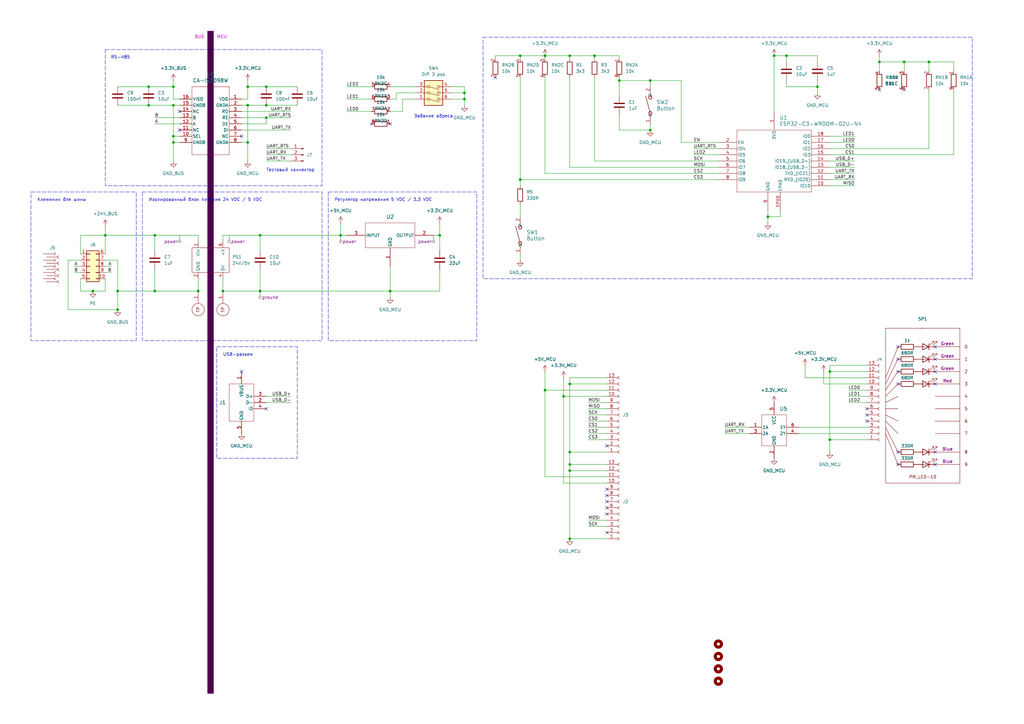
<source format=kicad_sch>
(kicad_sch (version 20250114) (generator "eeschema") (generator_version "9.0")
  (paper "A3")
  (title_block (title "${article} v${version}"))
  (rectangle (start 12.7 78.74) (end 55.88 139.7) (stroke (width 0) (type dash)))
  (rectangle (start 88.9 142.24) (end 121.92 187.96) (stroke (width 0) (type dash)))
  (rectangle (start 198.12 15.24) (end 398.78 114.3) (stroke (width 0) (type dash)))
  (rectangle (start 134.62 78.74) (end 195.58 139.7) (stroke (width 0) (type dash)))
  (rectangle (start 43.18 20.32) (end 132.08 76.2) (stroke (width 0) (type dash)))
  (rectangle (start 58.42 78.74) (end 132.08 139.7) (stroke (width 0) (type dash)))
  (rectangle (start 85.09 12.7) (end 87.63 284.48) (stroke (width 0) (type dot) (color 72 0 72 1)) (fill (type color) (color 72 0 72 1)))
  (text "USB-разъем" (at 91.44 144.78 0) (effects (font (size 1.27 1.27)) (justify left top)))
  (text "Задание адреса" (at 177.8 47.752 0) (effects (font (size 1.27 1.27))))
  (text "RS-485" (at 53.34 22.86 0) (effects (font (size 1.27 1.27)) (justify right top)))
  (text "Регулятор напряжения 5 VDC / 3.3 VDC" (at 137.16 81.28 0) (effects (font (size 1.27 1.27)) (justify left top)))
  (text "Изолированный блок питания 24 VDC / 5 VDC" (at 60.96 81.28 0) (effects (font (size 1.27 1.27)) (justify left top)))
  (text "Тестовый коннектор" (at 129.032 69.088 0) (effects (font (size 1.27 1.27)) (justify right top)))
  (text "MCU" (at 88.9 15.24 0) (effects (font (size 1.27 1.27)) (justify left)))
  (text "BUS" (at 83.82 15.24 0) (effects (font (size 1.27 1.27)) (justify right)))
  (text "Клеммник для шины" (at 15.24 81.28 0) (effects (font (size 1.27 1.27)) (justify left top)))
  (junction (at 335.28 35.56))
  (junction (at 314.96 88.9))
  (junction (at 223.52 22.86))
  (junction (at 233.68 157.48))
  (junction (at 106.68 96.52))
  (junction (at 340.36 152.4))
  (junction (at 109.22 43.18))
  (junction (at 233.68 190.5))
  (junction (at 60.96 43.18))
  (junction (at 266.7 33.02))
  (junction (at 254 33.02))
  (junction (at 322.58 22.86))
  (junction (at 160.02 119.38))
  (junction (at 370.84 25.4))
  (junction (at 213.36 73.66))
  (junction (at 101.6 43.18))
  (junction (at 213.36 22.86))
  (junction (at 243.84 22.86))
  (junction (at 81.28 119.38))
  (junction (at 109.22 48.26))
  (junction (at 233.68 220.98))
  (junction (at 190.5 40.64))
  (junction (at 106.68 119.38))
  (junction (at 71.12 55.88))
  (junction (at 190.5 38.1))
  (junction (at 71.12 43.18))
  (junction (at 60.96 35.56))
  (junction (at 381 25.4))
  (junction (at 101.6 35.56))
  (junction (at 91.44 119.38))
  (junction (at 231.14 162.56))
  (junction (at 71.12 35.56))
  (junction (at 223.52 160.02))
  (junction (at 43.18 96.52))
  (junction (at 340.36 180.34))
  (junction (at 48.26 119.38))
  (junction (at 266.7 53.34))
  (junction (at 233.68 193.04))
  (junction (at 360.68 25.4))
  (junction (at 139.7 96.52))
  (junction (at 233.68 22.86))
  (junction (at 317.5 22.86))
  (junction (at 63.5 119.38))
  (junction (at 63.5 96.52))
  (junction (at 233.68 185.42))
  (junction (at 71.12 58.42))
  (junction (at 38.1 119.38))
  (junction (at 48.26 127))
  (junction (at 109.22 35.56))
  (junction (at 180.34 96.52))
  (junction (at 101.6 58.42))
  (no_connect (at 368.3 190.5))
  (no_connect (at 203.2 31.75))
  (no_connect (at 248.92 208.28))
  (no_connect (at 368.3 147.32))
  (no_connect (at 368.3 152.4))
  (no_connect (at 368.3 157.48))
  (no_connect (at 248.92 203.2))
  (no_connect (at 248.92 210.82))
  (no_connect (at 383.54 147.32))
  (no_connect (at 383.54 185.42))
  (no_connect (at 383.54 152.4))
  (no_connect (at 383.54 157.48))
  (no_connect (at 368.3 142.24))
  (no_connect (at 248.92 218.44))
  (no_connect (at 99.06 152.4))
  (no_connect (at 368.3 185.42))
  (no_connect (at 383.54 142.24))
  (no_connect (at 355.6 170.18))
  (no_connect (at 383.54 190.5))
  (no_connect (at 355.6 167.64))
  (no_connect (at 370.84 36.83))
  (no_connect (at 73.66 45.72))
  (no_connect (at 355.6 172.72))
  (no_connect (at 160.02 50.8))
  (no_connect (at 99.06 55.88))
  (no_connect (at 152.4 50.8))
  (no_connect (at 248.92 205.74))
  (no_connect (at 248.92 182.88))
  (no_connect (at 73.66 53.34))
  (no_connect (at 248.92 200.66))
  (no_connect (at 360.68 36.83))
  (no_connect (at 109.22 167.64))
  (wire (pts (xy 231.14 162.56) (xy 248.92 162.56)))
  (wire (pts (xy 337.82 152.4) (xy 337.82 157.48)))
  (wire (pts (xy 340.36 152.4) (xy 355.6 152.4)))
  (wire (pts (xy 43.18 96.52) (xy 63.5 96.52)))
  (wire (pts (xy 43.18 119.38) (xy 43.18 114.3)))
  (wire (pts (xy 33.02 114.3) (xy 33.02 119.38)))
  (wire (pts (xy 314.96 88.9) (xy 314.96 91.44)))
  (wire (pts (xy 43.18 111.76) (xy 45.72 111.76)))
  (wire (pts (xy 391.16 29.21) (xy 391.16 25.4)))
  (wire (pts (xy 320.04 86.36) (xy 320.04 88.9)))
  (wire (pts (xy 254 22.86) (xy 254 24.13)))
  (wire (pts (xy 101.6 43.18) (xy 109.22 43.18)))
  (wire (pts (xy 223.52 160.02) (xy 223.52 195.58)))
  (wire (pts (xy 241.3 172.72) (xy 248.92 172.72)))
  (wire (pts (xy 160.02 119.38) (xy 160.02 109.22)))
  (wire (pts (xy 48.26 119.38) (xy 63.5 119.38)))
  (wire (pts (xy 109.22 48.26) (xy 119.38 48.26)))
  (wire (pts (xy 347.98 162.56) (xy 355.6 162.56)))
  (wire (pts (xy 106.68 96.52) (xy 139.7 96.52)))
  (wire (pts (xy 185.42 35.56) (xy 190.5 35.56)))
  (wire (pts (xy 71.12 40.64) (xy 71.12 35.56)))
  (wire (pts (xy 370.84 25.4) (xy 360.68 25.4)))
  (wire (pts (xy 347.98 160.02) (xy 355.6 160.02)))
  (wire (pts (xy 266.7 33.02) (xy 266.7 35.56)))
  (wire (pts (xy 327.66 177.8) (xy 355.6 177.8)))
  (wire (pts (xy 370.84 25.4) (xy 370.84 29.21)))
  (wire (pts (xy 254 33.02) (xy 254 39.37)))
  (wire (pts (xy 254 53.34) (xy 266.7 53.34)))
  (wire (pts (xy 99.06 45.72) (xy 119.38 45.72)))
  (wire (pts (xy 322.58 33.02) (xy 322.58 35.56)))
  (wire (pts (xy 340.36 71.12) (xy 350.52 71.12)))
  (wire (pts (xy 233.68 185.42) (xy 233.68 190.5)))
  (wire (pts (xy 162.56 38.1) (xy 170.18 38.1)))
  (wire (pts (xy 327.66 175.26) (xy 355.6 175.26)))
  (wire (pts (xy 340.36 58.42) (xy 350.52 58.42)))
  (wire (pts (xy 330.2 149.86) (xy 330.2 154.94)))
  (wire (pts (xy 233.68 31.75) (xy 233.68 68.58)))
  (wire (pts (xy 360.68 25.4) (xy 360.68 29.21)))
  (wire (pts (xy 231.14 198.12) (xy 248.92 198.12)))
  (wire (pts (xy 101.6 40.64) (xy 99.06 40.64)))
  (wire (pts (xy 63.5 110.49) (xy 63.5 119.38)))
  (wire (pts (xy 340.36 149.86) (xy 340.36 152.4)))
  (wire (pts (xy 203.2 24.13) (xy 203.2 22.86)))
  (wire (pts (xy 109.22 60.96) (xy 119.38 60.96)))
  (wire (pts (xy 73.66 43.18) (xy 71.12 43.18)))
  (wire (pts (xy 185.42 38.1) (xy 190.5 38.1)))
  (wire (pts (xy 109.22 63.5) (xy 119.38 63.5)))
  (wire (pts (xy 241.3 170.18) (xy 248.92 170.18)))
  (wire (pts (xy 99.06 53.34) (xy 119.38 53.34)))
  (wire (pts (xy 63.5 102.87) (xy 63.5 96.52)))
  (wire (pts (xy 106.68 110.49) (xy 106.68 119.38)))
  (wire (pts (xy 213.36 83.82) (xy 213.36 88.9)))
  (wire (pts (xy 190.5 35.56) (xy 190.5 38.1)))
  (wire (pts (xy 81.28 114.3) (xy 81.28 119.38)))
  (wire (pts (xy 109.22 66.04) (xy 119.38 66.04)))
  (wire (pts (xy 213.36 22.86) (xy 223.52 22.86)))
  (wire (pts (xy 91.44 119.38) (xy 106.68 119.38)))
  (wire (pts (xy 101.6 35.56) (xy 109.22 35.56)))
  (wire (pts (xy 254 31.75) (xy 254 33.02)))
  (wire (pts (xy 248.92 185.42) (xy 233.68 185.42)))
  (wire (pts (xy 30.48 109.22) (xy 33.02 109.22)))
  (wire (pts (xy 48.26 35.56) (xy 60.96 35.56)))
  (wire (pts (xy 213.36 24.13) (xy 213.36 22.86)))
  (wire (pts (xy 109.22 165.1) (xy 119.38 165.1)))
  (wire (pts (xy 71.12 40.64) (xy 73.66 40.64)))
  (wire (pts (xy 241.3 175.26) (xy 248.92 175.26)))
  (wire (pts (xy 223.52 22.86) (xy 233.68 22.86)))
  (wire (pts (xy 109.22 162.56) (xy 119.38 162.56)))
  (wire (pts (xy 142.24 45.72) (xy 152.4 45.72)))
  (wire (pts (xy 91.44 99.06) (xy 91.44 96.52)))
  (wire (pts (xy 317.5 22.86) (xy 317.5 45.72)))
  (wire (pts (xy 160.02 121.92) (xy 160.02 119.38)))
  (wire (pts (xy 322.58 35.56) (xy 335.28 35.56)))
  (wire (pts (xy 101.6 33.02) (xy 101.6 35.56)))
  (wire (pts (xy 266.7 33.02) (xy 279.4 33.02)))
  (wire (pts (xy 340.36 76.2) (xy 350.52 76.2)))
  (wire (pts (xy 63.5 50.8) (xy 73.66 50.8)))
  (wire (pts (xy 213.36 104.14) (xy 213.36 106.68)))
  (wire (pts (xy 213.36 73.66) (xy 213.36 31.75)))
  (wire (pts (xy 233.68 193.04) (xy 248.92 193.04)))
  (wire (pts (xy 223.52 152.4) (xy 223.52 160.02)))
  (wire (pts (xy 223.52 31.75) (xy 223.52 71.12)))
  (wire (pts (xy 190.5 38.1) (xy 190.5 40.64)))
  (wire (pts (xy 71.12 58.42) (xy 73.66 58.42)))
  (wire (pts (xy 48.26 106.68) (xy 48.26 119.38)))
  (wire (pts (xy 109.22 43.18) (xy 121.92 43.18)))
  (wire (pts (xy 381 25.4) (xy 391.16 25.4)))
  (wire (pts (xy 162.56 40.64) (xy 162.56 38.1)))
  (wire (pts (xy 27.94 106.68) (xy 27.94 127)))
  (wire (pts (xy 180.34 96.52) (xy 180.34 102.87)))
  (wire (pts (xy 63.5 119.38) (xy 81.28 119.38)))
  (wire (pts (xy 33.02 119.38) (xy 38.1 119.38)))
  (wire (pts (xy 99.06 50.8) (xy 109.22 50.8)))
  (wire (pts (xy 314.96 86.36) (xy 314.96 88.9)))
  (wire (pts (xy 317.5 22.86) (xy 322.58 22.86)))
  (wire (pts (xy 335.28 22.86) (xy 335.28 25.4)))
  (wire (pts (xy 91.44 96.52) (xy 106.68 96.52)))
  (wire (pts (xy 106.68 119.38) (xy 160.02 119.38)))
  (wire (pts (xy 355.6 180.34) (xy 340.36 180.34)))
  (wire (pts (xy 48.26 43.18) (xy 60.96 43.18)))
  (wire (pts (xy 223.52 160.02) (xy 248.92 160.02)))
  (wire (pts (xy 180.34 119.38) (xy 160.02 119.38)))
  (wire (pts (xy 101.6 43.18) (xy 101.6 58.42)))
  (wire (pts (xy 43.18 104.14) (xy 43.18 96.52)))
  (wire (pts (xy 99.06 43.18) (xy 101.6 43.18)))
  (wire (pts (xy 43.18 92.71) (xy 43.18 96.52)))
  (wire (pts (xy 340.36 55.88) (xy 350.52 55.88)))
  (wire (pts (xy 322.58 22.86) (xy 335.28 22.86)))
  (wire (pts (xy 213.36 73.66) (xy 213.36 76.2)))
  (wire (pts (xy 266.7 50.8) (xy 266.7 53.34)))
  (wire (pts (xy 71.12 55.88) (xy 71.12 58.42)))
  (wire (pts (xy 241.3 180.34) (xy 248.92 180.34)))
  (wire (pts (xy 335.28 35.56) (xy 335.28 38.1)))
  (wire (pts (xy 314.96 88.9) (xy 320.04 88.9)))
  (wire (pts (xy 330.2 154.94) (xy 355.6 154.94)))
  (wire (pts (xy 33.02 104.14) (xy 33.02 96.52)))
  (wire (pts (xy 279.4 33.02) (xy 279.4 58.42)))
  (wire (pts (xy 101.6 58.42) (xy 99.06 58.42)))
  (wire (pts (xy 71.12 43.18) (xy 71.12 55.88)))
  (wire (pts (xy 180.34 96.52) (xy 180.34 91.44)))
  (wire (pts (xy 243.84 66.04) (xy 294.64 66.04)))
  (wire (pts (xy 340.36 63.5) (xy 391.16 63.5)))
  (wire (pts (xy 223.52 71.12) (xy 294.64 71.12)))
  (wire (pts (xy 243.84 22.86) (xy 254 22.86)))
  (wire (pts (xy 233.68 22.86) (xy 233.68 24.13)))
  (wire (pts (xy 165.1 45.72) (xy 165.1 40.64)))
  (wire (pts (xy 203.2 22.86) (xy 213.36 22.86)))
  (wire (pts (xy 233.68 190.5) (xy 233.68 193.04)))
  (wire (pts (xy 243.84 31.75) (xy 243.84 66.04)))
  (wire (pts (xy 101.6 58.42) (xy 101.6 66.04)))
  (wire (pts (xy 165.1 40.64) (xy 170.18 40.64)))
  (wire (pts (xy 241.3 177.8) (xy 248.92 177.8)))
  (wire (pts (xy 63.5 48.26) (xy 73.66 48.26)))
  (wire (pts (xy 233.68 154.94) (xy 233.68 157.48)))
  (wire (pts (xy 160.02 35.56) (xy 170.18 35.56)))
  (wire (pts (xy 190.5 43.18) (xy 190.5 40.64)))
  (wire (pts (xy 60.96 35.56) (xy 71.12 35.56)))
  (wire (pts (xy 297.18 175.26) (xy 307.34 175.26)))
  (wire (pts (xy 233.68 193.04) (xy 233.68 220.98)))
  (wire (pts (xy 33.02 106.68) (xy 27.94 106.68)))
  (wire (pts (xy 243.84 22.86) (xy 243.84 24.13)))
  (wire (pts (xy 231.14 162.56) (xy 231.14 198.12)))
  (wire (pts (xy 142.24 40.64) (xy 152.4 40.64)))
  (wire (pts (xy 284.48 63.5) (xy 294.64 63.5)))
  (wire (pts (xy 340.36 73.66) (xy 350.52 73.66)))
  (wire (pts (xy 106.68 102.87) (xy 106.68 96.52)))
  (wire (pts (xy 360.68 22.86) (xy 360.68 25.4)))
  (wire (pts (xy 180.34 110.49) (xy 180.34 119.38)))
  (wire (pts (xy 190.5 40.64) (xy 185.42 40.64)))
  (wire (pts (xy 139.7 96.52) (xy 142.24 96.52)))
  (wire (pts (xy 231.14 154.94) (xy 231.14 162.56)))
  (wire (pts (xy 241.3 213.36) (xy 248.92 213.36)))
  (wire (pts (xy 254 33.02) (xy 266.7 33.02)))
  (wire (pts (xy 33.02 96.52) (xy 43.18 96.52)))
  (wire (pts (xy 337.82 157.48) (xy 355.6 157.48)))
  (wire (pts (xy 248.92 157.48) (xy 233.68 157.48)))
  (wire (pts (xy 223.52 22.86) (xy 223.52 24.13)))
  (wire (pts (xy 160.02 45.72) (xy 165.1 45.72)))
  (wire (pts (xy 43.18 106.68) (xy 48.26 106.68)))
  (wire (pts (xy 99.06 48.26) (xy 109.22 48.26)))
  (wire (pts (xy 233.68 190.5) (xy 248.92 190.5)))
  (wire (pts (xy 248.92 154.94) (xy 233.68 154.94)))
  (wire (pts (xy 233.68 157.48) (xy 233.68 185.42)))
  (wire (pts (xy 38.1 119.38) (xy 43.18 119.38)))
  (wire (pts (xy 340.36 152.4) (xy 340.36 180.34)))
  (wire (pts (xy 391.16 63.5) (xy 391.16 36.83)))
  (wire (pts (xy 340.36 180.34) (xy 340.36 185.42)))
  (wire (pts (xy 101.6 35.56) (xy 101.6 40.64)))
  (wire (pts (xy 340.36 60.96) (xy 381 60.96)))
  (wire (pts (xy 340.36 66.04) (xy 350.52 66.04)))
  (wire (pts (xy 91.44 114.3) (xy 91.44 119.38)))
  (wire (pts (xy 81.28 99.06) (xy 81.28 96.52)))
  (wire (pts (xy 63.5 96.52) (xy 81.28 96.52)))
  (wire (pts (xy 381 29.21) (xy 381 25.4)))
  (wire (pts (xy 297.18 177.8) (xy 307.34 177.8)))
  (wire (pts (xy 241.3 167.64) (xy 248.92 167.64)))
  (wire (pts (xy 241.3 165.1) (xy 248.92 165.1)))
  (wire (pts (xy 43.18 109.22) (xy 45.72 109.22)))
  (wire (pts (xy 177.8 96.52) (xy 180.34 96.52)))
  (wire (pts (xy 71.12 33.02) (xy 71.12 35.56)))
  (wire (pts (xy 340.36 68.58) (xy 350.52 68.58)))
  (wire (pts (xy 370.84 25.4) (xy 381 25.4)))
  (wire (pts (xy 27.94 127) (xy 48.26 127)))
  (wire (pts (xy 340.36 149.86) (xy 355.6 149.86)))
  (wire (pts (xy 322.58 25.4) (xy 322.58 22.86)))
  (wire (pts (xy 233.68 22.86) (xy 243.84 22.86)))
  (wire (pts (xy 233.68 220.98) (xy 248.92 220.98)))
  (wire (pts (xy 139.7 91.44) (xy 139.7 96.52)))
  (wire (pts (xy 347.98 165.1) (xy 355.6 165.1)))
  (wire (pts (xy 284.48 60.96) (xy 294.64 60.96)))
  (wire (pts (xy 254 46.99) (xy 254 53.34)))
  (wire (pts (xy 109.22 48.26) (xy 109.22 50.8)))
  (wire (pts (xy 109.22 35.56) (xy 121.92 35.56)))
  (wire (pts (xy 60.96 43.18) (xy 71.12 43.18)))
  (wire (pts (xy 30.48 111.76) (xy 33.02 111.76)))
  (wire (pts (xy 223.52 195.58) (xy 248.92 195.58)))
  (wire (pts (xy 241.3 215.9) (xy 248.92 215.9)))
  (wire (pts (xy 279.4 58.42) (xy 294.64 58.42)))
  (wire (pts (xy 142.24 35.56) (xy 152.4 35.56)))
  (wire (pts (xy 48.26 119.38) (xy 48.26 127)))
  (wire (pts (xy 71.12 55.88) (xy 73.66 55.88)))
  (wire (pts (xy 233.68 68.58) (xy 294.64 68.58)))
  (wire (pts (xy 213.36 73.66) (xy 294.64 73.66)))
  (wire (pts (xy 335.28 33.02) (xy 335.28 35.56)))
  (wire (pts (xy 160.02 40.64) (xy 162.56 40.64)))
  (wire (pts (xy 381 36.83) (xy 381 60.96)))
  (wire (pts (xy 71.12 58.42) (xy 71.12 66.04)))
  (label "MOSI" (at 241.3 213.36 0))
  (label "UART_TX" (at 109.22 66.04 0))
  (label "USB_D+" (at 119.38 162.56 180))
  (label "CS2" (at 284.48 71.12 0))
  (label "USB_D-" (at 119.38 165.1 180))
  (label "A" (at 45.72 109.22 180))
  (label "CS0" (at 350.52 60.96 180))
  (label "CS1" (at 350.52 63.5 180))
  (label "CS1" (at 241.3 175.26 0))
  (label "CS2" (at 241.3 177.8 0))
  (label "SCK" (at 284.48 66.04 0))
  (label "MOSI" (at 241.3 165.1 0))
  (label "LED1" (at 350.52 55.88 180))
  (label "B" (at 63.5 48.26 0))
  (label "SCK" (at 241.3 215.9 0))
  (label "CS0" (at 241.3 172.72 0))
  (label "A" (at 63.5 50.8 0))
  (label "UART_RTS" (at 119.38 48.26 180))
  (label "SCK" (at 241.3 170.18 0))
  (label "UART_RTS" (at 109.22 60.96 0))
  (label "LED0" (at 142.24 45.72 0))
  (label "LED2" (at 142.24 35.56 0))
  (label "LED2" (at 284.48 63.5 0))
  (label "UART_TX" (at 119.38 53.34 180))
  (label "UART_RX" (at 119.38 45.72 180))
  (label "A" (at 30.48 109.22 0))
  (label "LED0" (at 350.52 58.42 180))
  (label "USB_D-" (at 350.52 68.58 180))
  (label "LED0" (at 347.98 160.02 0))
  (label "USB_D+" (at 350.52 66.04 180))
  (label "MISO" (at 241.3 167.64 0))
  (label "CS3" (at 241.3 180.34 0))
  (label "MISO" (at 350.52 76.2 180))
  (label "UART_TX" (at 297.18 177.8 0))
  (label "UART_RX" (at 350.52 73.66 180))
  (label "CS3" (at 284.48 73.66 0))
  (label "EN" (at 284.48 58.42 0))
  (label "B" (at 30.48 111.76 0))
  (label "UART_RX" (at 297.18 175.26 0))
  (label "LED1" (at 347.98 162.56 0))
  (label "LED2" (at 347.98 165.1 0))
  (label "MOSI" (at 284.48 68.58 0))
  (label "B" (at 45.72 111.76 180))
  (label "UART_TX" (at 350.52 71.12 180))
  (label "UART_RX" (at 109.22 63.5 0))
  (label "LED1" (at 142.24 40.64 0))
  (label "UART_RTS" (at 284.48 60.96 0))
  (netclass_flag "" (length 2.54) (shape round) (at 177.8 96.52 180) (property "Netclass" "power" (at 177.1015 99.06 0) (effects (font (italic yes)) (justify right))))
  (netclass_flag "" (length 2.54) (shape round) (at 73.66 96.52 180) (property "Netclass" "power" (at 72.9615 99.06 0) (effects (font (italic yes)) (justify right))))
  (netclass_flag "" (length 2.54) (shape round) (at 93.98 96.52 180) (property "Netclass" "power" (at 94.6785 99.06 0) (effects (font (italic yes)) (justify left))))
  (netclass_flag "" (length 2.54) (shape round) (at 106.68 119.38 180) (property "Netclass" "ground" (at 107.3785 121.92 0) (effects (font (italic yes)) (justify left))))
  (netclass_flag "" (length 2.54) (shape round) (at 139.7 96.52 180) (property "Netclass" "power" (at 140.3985 99.06 0) (effects (font (italic yes)) (justify left))))
  (symbol (lib_id "kicad_inventree_lib:DA-03BLP") (at 177.8 38.1 0) (mirror x) (unit 1)
    (property "Reference" "SW4" (at 177.8 27.94 0))
    (property "Value" "DIP 3 pos" (at 177.8 30.48 0))
    (property "Footprint" "kicad_inventree_lib:DA03BLP" (effects (hide yes)))
    (property "Datasheet" "http://inventree.network/part/175/" (effects (hide yes)))
    (property "Description" "3 positions SPST 24V Blue 25mA 3000 Times Flat Toggle, Raised Style Plugin DIP Switches" (effects (hide yes)))
    (property "part_ipn" "DA-03BLP" (effects (hide yes)))
  )
  (symbol (lib_id "kicad_inventree_lib: C_1uF_16V_0603_MLCC-X7R ") (at 335.28 29.21 0) (unit 1)
    (property "Reference" "C5" (at 339.09 27.9399 0) (effects (justify left)))
    (property "Value" "1uF" (at 339.09 30.4799 0) (effects (justify left)))
    (property "Footprint" "Capacitor_SMD:C_0603_1608Metric" (effects (hide yes)))
    (property "Datasheet" "http://inventree.network/part/227/" (effects (hide yes)))
    (property "Description" "Unpolarized capacitor" (effects (hide yes)))
    (property "part_ipn" " C_1uF_16V_0603_MLCC-X7R " (effects (hide yes)))
  )
  (symbol (lib_id "kicad_inventree_lib:TS-1088-AR02016") (at 266.7 50.8 90) (unit 1)
    (property "Reference" "SW2" (at 269.24 41.9099 90) (effects (font (size 1.524 1.524)) (justify right)))
    (property "Value" "Button" (at 269.24 44.4499 90) (effects (font (size 1.524 1.524)) (justify right)))
    (property "Footprint" "kicad_inventree_lib:SW_TS-1088_XNP-M" (effects (hide yes)))
    (property "Datasheet" "http://inventree.network/part/139/" (effects (hide yes)))
    (property "part_ipn" "TS-1088-AR02016 " (effects (hide yes)))
  )
  (symbol (lib_id "power:+3.3V") (at 317.5 165.1 0) (unit 1)
    (property "Reference" "#PWR029" (effects (hide yes)))
    (property "Value" "+3.3V_MCU" (at 317.5 160.02 0))
    (property "Description" "Power symbol creates a global label with name \"+3.3V\"" (effects (hide yes)))
  )
  (symbol (lib_id "kicad_inventree_lib:15EDGKNH-3.5-10P") (at 22.86 109.22 0) (unit 1) (on_board no)
    (property "Reference" "J5" (at 20.32 101.6 0) (effects (justify left)))
    (property "Value" "15EDGKNH-3.5-10P" (effects (hide yes)))
    (property "Datasheet" "http://inventree.network/part/257/" (effects (hide yes)))
    (property "Description" "Generic connector, single row, 01x05, script generated" (effects (hide yes)))
    (property "part_ipn" "15EDGKNH-3.5-10P" (effects (hide yes)))
  )
  (symbol (lib_id "kicad_inventree_lib:R_3k3_0603_1%") (at 233.68 27.94 0) (unit 1)
    (property "Reference" "R1" (at 236.22 26.6699 0) (effects (justify left)))
    (property "Value" "3k3" (at 236.22 29.2099 0) (effects (justify left)))
    (property "Footprint" "Resistor_SMD:R_0603_1608Metric" (effects (hide yes)))
    (property "Datasheet" "http://inventree.network/part/234/" (effects (hide yes)))
    (property "Description" "Resistor" (effects (hide yes)))
    (property "part_ipn" "R_3k3_0603_1%" (effects (hide yes)))
  )
  (symbol (lib_id "kicad_inventree_lib:PM_LED-10-v0.0.1") (at 378.46 134.62 0) (unit 1) (on_board no)
    (property "Reference" "SP1" (at 378.46 130.81 0))
    (property "Value" "~" (at 378.46 134.62 0))
    (property "Footprint" "kicad_inventree_lib:PM_LED-xx-v0.0.1" (effects (hide yes)))
    (property "part_ipn" "PM_LED-10-v0.0.1" (effects (hide yes)))
  )
  (symbol (lib_id "kicad_inventree_lib:R_10k_0603x4_1%") (at 370.84 33.02 180) (unit 3)
    (property "Reference" "RN1" (at 368.3 34.2901 0) (effects (justify left)))
    (property "Value" "10k" (at 368.3 31.7501 0) (effects (justify left)))
    (property "Footprint" "Resistor_SMD:R_Array_Convex_4x0603" (effects (hide yes)))
    (property "Datasheet" "http://inventree.network/part/233/" (effects (hide yes)))
    (property "Description" "4 resistor network, parallel topology, split" (effects (hide yes)))
    (property "part_ipn" "R_10k_0603x4_1%" (effects (hide yes)))
  )
  (symbol (lib_id "kicad_inventree_lib:AFA07-S12FCC-00") (at 360.68 170.18 0) (mirror x) (unit 1)
    (property "Reference" "J4" (at 360.68 147.32 0))
    (property "Value" "AFA07-S12FCC-00" (effects (hide yes)))
    (property "Footprint" "kicad_inventree_lib:CONN10_AFA07-S12_JUS" (effects (hide yes)))
    (property "Description" "Generic connector, single row, 01x10, script generated" (effects (hide yes)))
    (property "part_ipn" "AFA07-S12FCC-00" (effects (hide yes)))
  )
  (symbol (lib_id "kicad_inventree_lib:C_22uF_16V_0805_MLCC-X5R") (at 180.34 106.68 0) (unit 1)
    (property "Reference" "C4" (at 184.15 105.4099 0) (effects (justify left)))
    (property "Value" "22uF" (at 184.15 107.9499 0) (effects (justify left)))
    (property "Footprint" "Capacitor_SMD:C_0805_2012Metric" (effects (hide yes)))
    (property "Datasheet" "http://inventree.network/part/287/" (effects (hide yes)))
    (property "Description" "Unpolarized capacitor" (effects (hide yes)))
    (property "part_ipn" "C_22uF_16V_0805_MLCC-X5R" (effects (hide yes)))
  )
  (symbol (lib_id "power:GND") (at 335.28 38.1 0) (unit 1)
    (property "Reference" "#PWR010" (effects (hide yes)))
    (property "Value" "GND_MCU" (at 335.28 43.18 0))
    (property "Description" "Power symbol creates a global label with name \"GND\" , ground" (effects (hide yes)))
  )
  (symbol (lib_id "kicad_inventree_lib:XL-1606SYGC") (at 379.73 142.24 180) (unit 1) (on_board no)
    (property "Reference" "D3" (effects (hide yes)))
    (property "Value" "XL-1606SYGC" (effects (hide yes)))
    (property "Footprint" "kicad_inventree_lib:XL-1606" (effects (hide yes)))
    (property "Datasheet" "http://inventree.network/part/278/" (effects (hide yes)))
    (property "Description" "Green" (at 388.62 140.97 0))
    (property "part_ipn" "XL-1606SYGC" (effects (hide yes)))
  )
  (symbol (lib_id "power:GND") (at 38.1 119.38 0) (mirror y) (unit 1)
    (property "Reference" "#PWR017" (effects (hide yes)))
    (property "Value" "PE" (at 38.1 124.46 0))
    (property "Description" "Power symbol creates a global label with name \"GND\" , ground" (effects (hide yes)))
  )
  (symbol (lib_id "power:GND") (at 190.5 43.18 0) (unit 1)
    (property "Reference" "#PWR021" (effects (hide yes)))
    (property "Value" "GND_MCU" (at 190.5 48.26 0))
    (property "Description" "Power symbol creates a global label with name \"GND\" , ground" (effects (hide yes)))
  )
  (symbol (lib_id "power:+5V") (at 223.52 152.4 0) (unit 1)
    (property "Reference" "#PWR03" (effects (hide yes)))
    (property "Value" "+5V_MCU" (at 223.52 147.32 0))
    (property "Description" "Power symbol creates a global label with name \"+5V\"" (effects (hide yes)))
  )
  (symbol (lib_id "kicad_inventree_lib:B2405LS-1WR3") (at 86.36 101.6 0) (unit 1)
    (property "Reference" "PS1" (at 95.25 105.4099 0) (effects (justify left)))
    (property "Value" "24V/5V" (at 95.25 107.9499 0) (effects (justify left)))
    (property "Footprint" "kicad_inventree_lib:B2405LS-1WR3" (effects (hide yes)))
    (property "Datasheet" "http://inventree.network/part/220/" (effects (hide yes)))
    (property "part_ipn" "B2405LS-1WR3" (effects (hide yes)))
  )
  (symbol (lib_id "kicad_inventree_lib:R_10k_0603x4_1%") (at 203.2 27.94 180) (unit 2)
    (property "Reference" "RN2" (at 205.74 26.6699 0) (effects (justify right)))
    (property "Value" "10k" (at 205.74 29.2099 0) (effects (justify right)))
    (property "Footprint" "Resistor_SMD:R_Array_Convex_4x0603" (effects (hide yes)))
    (property "Datasheet" "http://inventree.network/part/233/" (effects (hide yes)))
    (property "Description" "4 resistor network, parallel topology, split" (effects (hide yes)))
    (property "part_ipn" "R_10k_0603x4_1%" (effects (hide yes)))
  )
  (symbol (lib_id "power:GND") (at 101.6 66.04 0) (mirror y) (unit 1)
    (property "Reference" "#PWR027" (effects (hide yes)))
    (property "Value" "GND_MCU" (at 101.6 71.12 0))
    (property "Description" "Power symbol creates a global label with name \"GND\" , ground" (effects (hide yes)))
  )
  (symbol (lib_id "kicad_inventree_lib:R_10k_0603x4_1%") (at 156.21 50.8 90) (unit 1)
    (property "Reference" "RN3" (at 156.21 44.45 90))
    (property "Value" "10k" (at 156.21 46.99 90))
    (property "Footprint" "Resistor_SMD:R_Array_Convex_4x0603" (effects (hide yes)))
    (property "Datasheet" "http://inventree.network/part/233/" (effects (hide yes)))
    (property "Description" "4 resistor network, parallel topology, split" (effects (hide yes)))
    (property "part_ipn" "R_10k_0603x4_1%" (effects (hide yes)))
  )
  (symbol (lib_id "power:+5V") (at 330.2 149.86 0) (unit 1)
    (property "Reference" "#PWR18" (effects (hide yes)))
    (property "Value" "+5V_MCU" (at 330.2 144.78 0))
    (property "Description" "Power symbol creates a global label with name \"+5V\"" (effects (hide yes)))
  )
  (symbol (lib_id "kicad_inventree_lib:XL-1606SURC") (at 379.73 157.48 180) (unit 1) (on_board no)
    (property "Reference" "D6" (effects (hide yes)))
    (property "Value" "XL-1606SURC" (effects (hide yes)))
    (property "Footprint" "kicad_inventree_lib:XL-1606" (effects (hide yes)))
    (property "Datasheet" "http://inventree.network/part/279/" (effects (hide yes)))
    (property "Description" "Red" (at 388.62 156.21 0))
    (property "part_ipn" "XL-1606SURC" (effects (hide yes)))
  )
  (symbol (lib_id "kicad_inventree_lib:MountingHole_M2") (at 294.64 274.32 0) (unit 1) (exclude_from_sim yes) (in_bom no)
    (property "Reference" "H3" (effects (hide yes)))
    (property "Value" "MountingHole_M2" (effects (hide yes)))
    (property "Footprint" "kicad_inventree_lib:MountingHole_M2" (effects (hide yes)))
    (property "Description" "Mounting Hole without connection" (effects (hide yes)))
  )
  (symbol (lib_id "kicad_inventree_lib:15EDGRHC-THR-3.5-10P") (at 38.1 111.76 0) (unit 1)
    (property "Reference" "J6" (at 38.1 100.33 0))
    (property "Value" "15EDGRHC-THR-3.5-10P" (effects (hide yes)))
    (property "Footprint" "kicad_inventree_lib:15EDGRHC-THR-3.5-10P" (effects (hide yes)))
    (property "Datasheet" "http://inventree.network/part/232/" (effects (hide yes)))
    (property "Description" "Generic connector, double row, 02x05, odd/even pin numbering scheme (row 1 odd numbers, row 2 even numbers), script generated (kicad-library-utils/schlib/autogen/connector/)" (effects (hide yes)))
    (property "part_ipn" "15EDGRHC-THR-3.5-10P" (effects (hide yes)))
  )
  (symbol (lib_id "kicad_inventree_lib:MountingHole_M2") (at 294.64 279.4 0) (unit 1) (exclude_from_sim yes) (in_bom no)
    (property "Reference" "H4" (effects (hide yes)))
    (property "Value" "MountingHole_M2" (effects (hide yes)))
    (property "Footprint" "kicad_inventree_lib:MountingHole_M2" (effects (hide yes)))
    (property "Description" "Mounting Hole without connection" (effects (hide yes)))
  )
  (symbol (lib_id "kicad_inventree_lib:TS-1088-AR02016") (at 213.36 104.14 90) (unit 1)
    (property "Reference" "SW1" (at 215.9 95.2499 90) (effects (font (size 1.524 1.524)) (justify right)))
    (property "Value" "Button" (at 215.9 97.7899 90) (effects (font (size 1.524 1.524)) (justify right)))
    (property "Footprint" "kicad_inventree_lib:SW_TS-1088_XNP-M" (effects (hide yes)))
    (property "Datasheet" "http://inventree.network/part/139/" (effects (hide yes)))
    (property "part_ipn" "TS-1088-AR02016 " (effects (hide yes)))
  )
  (symbol (lib_id "power:GND") (at 266.7 53.34 0) (unit 1)
    (property "Reference" "#PWR09" (effects (hide yes)))
    (property "Value" "GND_MCU" (at 266.7 58.42 0))
    (property "Description" "Power symbol creates a global label with name \"GND\" , ground" (effects (hide yes)))
  )
  (symbol (lib_id "kicad_inventree_lib:XL-1606UBC") (at 379.73 185.42 180) (unit 1) (on_board no)
    (property "Reference" "D4" (effects (hide yes)))
    (property "Value" "XL-1606UBC" (effects (hide yes)))
    (property "Footprint" "kicad_inventree_lib:XL-1606" (effects (hide yes)))
    (property "Datasheet" "http://inventree.network/part/277/" (effects (hide yes)))
    (property "Description" "Blue" (at 388.62 184.15 0))
    (property "part_ipn" "XL-1606UBC" (effects (hide yes)))
  )
  (symbol (lib_id "kicad_inventree_lib:C_10uF_16V_0805_MLCC-X7R") (at 121.92 39.37 0) (unit 1)
    (property "Reference" "C6" (at 125.73 38.0999 0) (effects (justify left)))
    (property "Value" "10uF" (at 125.73 40.6399 0) (effects (justify left)))
    (property "Footprint" "Capacitor_SMD:C_0805_2012Metric" (effects (hide yes)))
    (property "Datasheet" "http://inventree.network/part/271/" (effects (hide yes)))
    (property "Description" "Unpolarized capacitor" (effects (hide yes)))
    (property "part_ipn" "C_10uF_16V_0805_MLCC-X7R" (effects (hide yes)))
  )
  (symbol (lib_id "power:+3.3V") (at 231.14 154.94 0) (unit 1)
    (property "Reference" "#PWR04" (effects (hide yes)))
    (property "Value" "+3.3V_MCU" (at 231.14 149.86 0))
    (property "Description" "Power symbol creates a global label with name \"+3.3V\"" (effects (hide yes)))
  )
  (symbol (lib_id "kicad_inventree_lib:R_10k_0603x4_1%") (at 223.52 27.94 180) (unit 3)
    (property "Reference" "RN2" (at 226.06 26.6699 0) (effects (justify right)))
    (property "Value" "10k" (at 226.06 29.2099 0) (effects (justify right)))
    (property "Footprint" "Resistor_SMD:R_Array_Convex_4x0603" (effects (hide yes)))
    (property "Datasheet" "http://inventree.network/part/233/" (effects (hide yes)))
    (property "Description" "4 resistor network, parallel topology, split" (effects (hide yes)))
    (property "part_ipn" "R_10k_0603x4_1%" (effects (hide yes)))
  )
  (symbol (lib_id "kicad_inventree_lib:R_10k_0603x4_1%") (at 156.21 45.72 90) (unit 2)
    (property "Reference" "RN3" (at 156.21 39.37 90))
    (property "Value" "10k" (at 156.21 41.91 90))
    (property "Footprint" "Resistor_SMD:R_Array_Convex_4x0603" (effects (hide yes)))
    (property "Datasheet" "http://inventree.network/part/233/" (effects (hide yes)))
    (property "Description" "4 resistor network, parallel topology, split" (effects (hide yes)))
    (property "part_ipn" "R_10k_0603x4_1%" (effects (hide yes)))
  )
  (symbol (lib_id "kicad_inventree_lib:XKG_U254-051T-4BH83-S1S") (at 99.06 157.48 0) (mirror y) (unit 1)
    (property "Reference" "J1" (at 92.71 165.0999 0) (effects (font (size 1.524 1.524)) (justify left)))
    (property "Value" "U254-051T-4BH83-S1S" (effects (hide yes)))
    (property "Footprint" "kicad_inventree_lib:CONN5_H83-S1S_XKB" (effects (hide yes)))
    (property "Datasheet" "http://inventree.network/part/136/" (effects (hide yes)))
    (property "part_ipn" "U254-051T-4BH83-S1S " (effects (hide yes)))
  )
  (symbol (lib_id "kicad_inventree_lib:CA-IS3098W") (at 86.36 35.56 0) (mirror y) (unit 1)
    (property "Reference" "U6" (at 86.36 30.48 0) (effects (font (size 1.524 1.524))))
    (property "Value" "CA-IS3098W" (at 86.36 33.02 0) (effects (font (size 1.524 1.524))))
    (property "Footprint" "kicad_inventree_lib:SOIC16-WBW_CLG" (effects (hide yes)))
    (property "Datasheet" "http://inventree.network/part/218/" (effects (hide yes)))
    (property "part_ipn" "CA-IS3098W" (effects (hide yes)))
  )
  (symbol (lib_id "kicad_inventree_lib:C_1uF_50V_0603_MLCC-X7R") (at 63.5 106.68 0) (unit 1)
    (property "Reference" "C7" (at 67.31 105.4099 0) (effects (justify left)))
    (property "Value" "1uF" (at 67.31 107.9499 0) (effects (justify left)))
    (property "Footprint" "Capacitor_SMD:C_0603_1608Metric" (effects (hide yes)))
    (property "Description" "Unpolarized capacitor" (effects (hide yes)))
    (property "part_ipn" "C_1uF_50V_0603_MLCC-X7R" (effects (hide yes)))
  )
  (symbol (lib_id "kicad_inventree_lib:C_10uF_16V_0805_MLCC-X7R") (at 106.68 106.68 0) (unit 1)
    (property "Reference" "C10" (at 110.49 105.4099 0) (effects (justify left)))
    (property "Value" "10uF" (at 110.49 107.9499 0) (effects (justify left)))
    (property "Footprint" "Capacitor_SMD:C_0805_2012Metric" (effects (hide yes)))
    (property "Datasheet" "http://inventree.network/part/271/" (effects (hide yes)))
    (property "Description" "Unpolarized capacitor" (effects (hide yes)))
    (property "part_ipn" "C_10uF_16V_0805_MLCC-X7R" (effects (hide yes)))
  )
  (symbol (lib_id "kicad_inventree_lib:SN74LVC2G14DBVR") (at 317.5 170.18 0) (unit 1)
    (property "Reference" "U5" (at 319.6941 167.64 0) (effects (font (size 1.524 1.524)) (justify left)))
    (property "Value" "SN74LVC2G14DBVR" (effects (hide yes)))
    (property "Footprint" "kicad_inventree_lib:DBV6-M" (effects (hide yes)))
    (property "Datasheet" "http://inventree.network/part/216/" (effects (hide yes)))
    (property "part_ipn" "SN74LVC2G14DBVR" (effects (hide yes)))
  )
  (symbol (lib_id "power:+3.3V") (at 317.5 22.86 0) (unit 1)
    (property "Reference" "#PWR014" (effects (hide yes)))
    (property "Value" "+3.3V_MCU" (at 317.5 17.78 0))
    (property "Description" "Power symbol creates a global label with name \"+3.3V\"" (effects (hide yes)))
  )
  (symbol (lib_id "power:GND") (at 160.02 121.92 0) (mirror y) (unit 1)
    (property "Reference" "#PWR05" (effects (hide yes)))
    (property "Value" "GND_MCU" (at 160.02 127 0))
    (property "Description" "Power symbol creates a global label with name \"GND\" , ground" (effects (hide yes)))
  )
  (symbol (lib_id "kicad_inventree_lib:R_10k_0603x4_1%") (at 156.21 35.56 90) (unit 4)
    (property "Reference" "RN3" (at 156.21 49.53 90))
    (property "Value" "10k" (at 156.21 31.75 90))
    (property "Footprint" "Resistor_SMD:R_Array_Convex_4x0603" (effects (hide yes)))
    (property "Datasheet" "http://inventree.network/part/233/" (effects (hide yes)))
    (property "Description" "4 resistor network, parallel topology, split" (effects (hide yes)))
    (property "part_ipn" "R_10k_0603x4_1%" (effects (hide yes)))
  )
  (symbol (lib_id "kicad_inventree_lib:XL-1606SYGC") (at 379.73 152.4 180) (unit 1) (on_board no)
    (property "Reference" "D5" (effects (hide yes)))
    (property "Value" "XL-1606SYGC" (effects (hide yes)))
    (property "Footprint" "kicad_inventree_lib:XL-1606" (effects (hide yes)))
    (property "Datasheet" "http://inventree.network/part/278/" (effects (hide yes)))
    (property "Description" "Green" (at 388.62 151.13 0))
    (property "part_ipn" "XL-1606SYGC" (effects (hide yes)))
  )
  (symbol (lib_id "kicad_inventree_lib:R_680R_0603_1%") (at 372.11 147.32 90) (unit 1) (on_board no)
    (property "Reference" "R4" (effects (hide yes)))
    (property "Value" "680R" (at 372.11 144.78 90))
    (property "Footprint" "Resistor_SMD:R_0603_1608Metric" (effects (hide yes)))
    (property "Datasheet" "http://inventree.network/part/281/" (effects (hide yes)))
    (property "Description" "Resistor" (effects (hide yes)))
    (property "part_ipn" "R_680R_0603_1%" (effects (hide yes)))
  )
  (symbol (lib_id "kicad_inventree_lib:MountingHole_M2") (at 294.64 269.24 0) (unit 1) (exclude_from_sim yes) (in_bom no)
    (property "Reference" "H2" (effects (hide yes)))
    (property "Value" "MountingHole_M2" (effects (hide yes)))
    (property "Footprint" "kicad_inventree_lib:MountingHole_M2" (effects (hide yes)))
    (property "Description" "Mounting Hole without connection" (effects (hide yes)))
  )
  (symbol (lib_id "kicad_inventree_lib:ESP32-C3-WROOM-02U-N4") (at 317.5 53.34 0) (unit 1)
    (property "Reference" "U1" (at 319.6941 48.26 0) (effects (font (size 1.524 1.524)) (justify left)))
    (property "Value" "ESP32-C3-WROOM-02U-N4" (at 319.6941 50.8 0) (effects (font (size 1.524 1.524)) (justify left)))
    (property "Footprint" "kicad_inventree_lib:ESP32-C3-WROOM-02U_EXP" (effects (hide yes)))
    (property "Datasheet" "http://inventree.network/part/132/" (effects (hide yes)))
    (property "part_ipn" "ESP32-C3-WROOM-02U-N4" (effects (hide yes)))
  )
  (symbol (lib_id "kicad_inventree_lib:5117") (at 81.28 119.38 270) (unit 1)
    (property "Reference" "U4" (effects (hide yes)))
    (property "Value" "5117" (effects (hide yes)))
    (property "Footprint" "kicad_inventree_lib:5117" (effects (hide yes)))
    (property "Datasheet" "http://inventree.network/part/282/" (effects (hide yes)))
    (property "Description" "KEYSTONE - 5117 - TEST POINT, PCB, BLUE, THROUGH HOLE" (effects (hide yes)))
    (property "Height" "4.57" (effects (hide yes)))
    (property "part_ipn" "Keystone_5117" (effects (hide yes)))
  )
  (symbol (lib_id "power:+3.3V") (at 71.12 33.02 0) (mirror y) (unit 1)
    (property "Reference" "#PWR015" (effects (hide yes)))
    (property "Value" "+3.3V_BUS" (at 71.12 27.94 0))
    (property "Description" "Power symbol creates a global label with name \"+3.3V\"" (effects (hide yes)))
  )
  (symbol (lib_id "power:GND") (at 71.12 66.04 0) (mirror y) (unit 1)
    (property "Reference" "#PWR031" (effects (hide yes)))
    (property "Value" "GND_BUS" (at 71.12 71.12 0))
    (property "Description" "Power symbol creates a global label with name \"GND\" , ground" (effects (hide yes)))
  )
  (symbol (lib_id "power:GND") (at 213.36 106.68 0) (unit 1)
    (property "Reference" "#PWR08" (effects (hide yes)))
    (property "Value" "GND_MCU" (at 213.36 111.76 0))
    (property "Description" "Power symbol creates a global label with name \"GND\" , ground" (effects (hide yes)))
  )
  (symbol (lib_id "kicad_inventree_lib:R_330R_0603_1%") (at 213.36 80.01 180) (unit 1)
    (property "Reference" "R5" (at 215.9 78.7399 0) (effects (justify right)))
    (property "Value" "330R" (at 215.9 81.2799 0) (effects (justify right)))
    (property "Footprint" "Resistor_SMD:R_0603_1608Metric" (effects (hide yes)))
    (property "Datasheet" "http://inventree.network/part/235/" (effects (hide yes)))
    (property "Description" "Resistor" (effects (hide yes)))
    (property "part_ipn" "R_330R_0603_1%" (effects (hide yes)))
  )
  (symbol (lib_id "kicad_inventree_lib:C_10uF_16V_0805_MLCC-X7R") (at 322.58 29.21 0) (unit 1)
    (property "Reference" "C2" (at 326.39 27.9399 0) (effects (justify left)))
    (property "Value" "10uF" (at 326.39 30.4799 0) (effects (justify left)))
    (property "Footprint" "Capacitor_SMD:C_0805_2012Metric" (effects (hide yes)))
    (property "Datasheet" "http://inventree.network/part/271/" (effects (hide yes)))
    (property "Description" "Unpolarized capacitor" (effects (hide yes)))
    (property "part_ipn" "C_10uF_16V_0805_MLCC-X7R" (effects (hide yes)))
  )
  (symbol (lib_id "kicad_inventree_lib:R_10k_0603x4_1%") (at 156.21 40.64 90) (unit 3)
    (property "Reference" "RN3" (at 156.21 34.29 90))
    (property "Value" "10k" (at 156.21 36.83 90))
    (property "Footprint" "Resistor_SMD:R_Array_Convex_4x0603" (effects (hide yes)))
    (property "Datasheet" "http://inventree.network/part/233/" (effects (hide yes)))
    (property "Description" "4 resistor network, parallel topology, split" (effects (hide yes)))
    (property "part_ipn" "R_10k_0603x4_1%" (effects (hide yes)))
  )
  (symbol (lib_id "power:+5V") (at 43.18 92.71 0) (mirror y) (unit 1)
    (property "Reference" "#PWR024" (effects (hide yes)))
    (property "Value" "+24V_BUS" (at 43.18 87.63 0))
    (property "Description" "Power symbol creates a global label with name \"+5V\"" (effects (hide yes)))
  )
  (symbol (lib_id "kicad_inventree_lib:C_100nF_16V_0603_MLCC-X7R") (at 48.26 39.37 0) (unit 1)
    (property "Reference" "C9" (at 52.07 38.0999 0) (effects (justify left)))
    (property "Value" "100nF" (at 52.07 40.6399 0) (effects (justify left)))
    (property "Footprint" "Capacitor_SMD:C_0603_1608Metric" (effects (hide yes)))
    (property "Datasheet" "http://inventree.network/part/221" (effects (hide yes)))
    (property "Description" "Unpolarized capacitor" (effects (hide yes)))
    (property "part_ipn" "C_100nF_16V_0603_MLCC-X7R" (effects (hide yes)))
  )
  (symbol (lib_id "kicad_inventree_lib:5117") (at 91.44 119.38 270) (unit 1)
    (property "Reference" "U3" (effects (hide yes)))
    (property "Value" "5117" (effects (hide yes)))
    (property "Footprint" "kicad_inventree_lib:5117" (effects (hide yes)))
    (property "Datasheet" "http://inventree.network/part/282/" (effects (hide yes)))
    (property "Description" "KEYSTONE - 5117 - TEST POINT, PCB, BLUE, THROUGH HOLE" (effects (hide yes)))
    (property "Height" "4.57" (effects (hide yes)))
    (property "part_ipn" "Keystone_5117" (effects (hide yes)))
  )
  (symbol (lib_id "power:GND") (at 314.96 91.44 0) (unit 1)
    (property "Reference" "#PWR07" (effects (hide yes)))
    (property "Value" "GND_MCU" (at 314.96 96.52 0))
    (property "Description" "Power symbol creates a global label with name \"GND\" , ground" (effects (hide yes)))
  )
  (symbol (lib_id "kicad_inventree_lib:R_10k_0603x4_1%") (at 254 27.94 180) (unit 1)
    (property "Reference" "RN2" (at 256.54 26.6699 0) (effects (justify right)))
    (property "Value" "10k" (at 256.54 29.2099 0) (effects (justify right)))
    (property "Footprint" "Resistor_SMD:R_Array_Convex_4x0603" (effects (hide yes)))
    (property "Datasheet" "http://inventree.network/part/233/" (effects (hide yes)))
    (property "Description" "4 resistor network, parallel topology, split" (effects (hide yes)))
    (property "part_ipn" "R_10k_0603x4_1%" (effects (hide yes)))
  )
  (symbol (lib_id "kicad_inventree_lib:R_10k_0603x4_1%") (at 391.16 33.02 180) (unit 1)
    (property "Reference" "RN1" (at 393.7 31.7499 0) (effects (justify right)))
    (property "Value" "10k" (at 393.7 34.2899 0) (effects (justify right)))
    (property "Footprint" "Resistor_SMD:R_Array_Convex_4x0603" (effects (hide yes)))
    (property "Datasheet" "http://inventree.network/part/233/" (effects (hide yes)))
    (property "Description" "4 resistor network, parallel topology, split" (effects (hide yes)))
    (property "part_ipn" "R_10k_0603x4_1%" (effects (hide yes)))
  )
  (symbol (lib_id "power:GND") (at 340.36 185.42 0) (unit 1)
    (property "Reference" "#PWR011" (effects (hide yes)))
    (property "Value" "GND_MCU" (at 340.36 190.5 0))
    (property "Description" "Power symbol creates a global label with name \"GND\" , ground" (effects (hide yes)))
  )
  (symbol (lib_id "power:+3.3V") (at 180.34 91.44 0) (unit 1)
    (property "Reference" "#PWR06" (effects (hide yes)))
    (property "Value" "+3.3V_MCU" (at 180.34 86.36 0))
    (property "Description" "Power symbol creates a global label with name \"+3.3V\"" (effects (hide yes)))
  )
  (symbol (lib_id "kicad_inventree_lib:XL-1606UBC") (at 379.73 190.5 180) (unit 1) (on_board no)
    (property "Reference" "D2" (effects (hide yes)))
    (property "Value" "XL-1606UBC" (effects (hide yes)))
    (property "Footprint" "kicad_inventree_lib:XL-1606" (effects (hide yes)))
    (property "Datasheet" "http://inventree.network/part/277/" (effects (hide yes)))
    (property "Description" "Blue" (at 388.62 189.23 0))
    (property "part_ipn" "XL-1606UBC" (effects (hide yes)))
  )
  (symbol (lib_id "kicad_inventree_lib:C_10uF_16V_0805_MLCC-X7R") (at 60.96 39.37 0) (unit 1)
    (property "Reference" "C3" (at 64.77 38.0999 0) (effects (justify left)))
    (property "Value" "10uF" (at 64.77 40.6399 0) (effects (justify left)))
    (property "Footprint" "Capacitor_SMD:C_0805_2012Metric" (effects (hide yes)))
    (property "Datasheet" "http://inventree.network/part/271/" (effects (hide yes)))
    (property "Description" "Unpolarized capacitor" (effects (hide yes)))
    (property "part_ipn" "C_10uF_16V_0805_MLCC-X7R" (effects (hide yes)))
  )
  (symbol (lib_id "power:+5V") (at 139.7 91.44 0) (mirror y) (unit 1)
    (property "Reference" "#PWR019" (effects (hide yes)))
    (property "Value" "+5V_MCU" (at 139.7 86.36 0))
    (property "Description" "Power symbol creates a global label with name \"+5V\"" (effects (hide yes)))
  )
  (symbol (lib_id "power:GND") (at 99.06 177.8 0) (mirror y) (unit 1)
    (property "Reference" "#PWR028" (effects (hide yes)))
    (property "Value" "GND_MCU" (at 99.06 182.88 0))
    (property "Description" "Power symbol creates a global label with name \"GND\" , ground" (effects (hide yes)))
  )
  (symbol (lib_id "kicad_inventree_lib:R_3k3_0603_1%") (at 243.84 27.94 0) (unit 1)
    (property "Reference" "R3" (at 246.38 26.6699 0) (effects (justify left)))
    (property "Value" "3k3" (at 246.38 29.2099 0) (effects (justify left)))
    (property "Footprint" "Resistor_SMD:R_0603_1608Metric" (effects (hide yes)))
    (property "Datasheet" "http://inventree.network/part/234/" (effects (hide yes)))
    (property "Description" "Resistor" (effects (hide yes)))
    (property "part_ipn" "R_3k3_0603_1%" (effects (hide yes)))
  )
  (symbol (lib_id "kicad_inventree_lib:R_680R_0603_1%") (at 372.11 157.48 90) (unit 1) (on_board no)
    (property "Reference" "R9" (effects (hide yes)))
    (property "Value" "680R" (at 372.11 154.94 90))
    (property "Footprint" "Resistor_SMD:R_0603_1608Metric" (effects (hide yes)))
    (property "Datasheet" "http://inventree.network/part/281/" (effects (hide yes)))
    (property "Description" "Resistor" (effects (hide yes)))
    (property "part_ipn" "R_680R_0603_1%" (effects (hide yes)))
  )
  (symbol (lib_id "kicad_inventree_lib:AFA07-S12FCC-00") (at 254 210.82 0) (mirror x) (unit 1)
    (property "Reference" "J2" (at 256.54 205.74 0))
    (property "Value" "AFA07-S12FCC-00" (effects (hide yes)))
    (property "Footprint" "kicad_inventree_lib:CONN10_AFA07-S12_JUS" (effects (hide yes)))
    (property "Description" "Generic connector, single row, 01x10, script generated" (effects (hide yes)))
    (property "part_ipn" "AFA07-S12FCC-00" (effects (hide yes)))
  )
  (symbol (lib_id "kicad_inventree_lib:PinHeader_01x03_P2.00_THT_straight") (at 124.46 60.96 0) (mirror y) (unit 1)
    (property "Reference" "J7" (at 125.73 63.4999 0) (effects (justify right)))
    (property "Value" "PinHeader_01x03_P2.00_THT_straight" (effects (hide yes)))
    (property "Footprint" "Connector_PinHeader_2.00mm:PinHeader_1x03_P2.00mm_Vertical" (effects (hide yes)))
    (property "part_ipn" "PinHeader_01x03_P2.00_THT_straight" (effects (hide yes)))
  )
  (symbol (lib_id "kicad_inventree_lib:R_680R_0603_1%") (at 372.11 152.4 90) (unit 1) (on_board no)
    (property "Reference" "R8" (effects (hide yes)))
    (property "Value" "680R" (at 372.11 149.86 90))
    (property "Footprint" "Resistor_SMD:R_0603_1608Metric" (effects (hide yes)))
    (property "Datasheet" "http://inventree.network/part/281/" (effects (hide yes)))
    (property "Description" "Resistor" (effects (hide yes)))
    (property "part_ipn" "R_680R_0603_1%" (effects (hide yes)))
  )
  (symbol (lib_id "kicad_inventree_lib:R_330R_0603_1%") (at 372.11 185.42 90) (unit 1) (on_board no)
    (property "Reference" "R7" (effects (hide yes)))
    (property "Value" "330R" (at 372.11 182.88 90))
    (property "Footprint" "Resistor_SMD:R_0603_1608Metric" (effects (hide yes)))
    (property "Datasheet" "http://inventree.network/part/235/" (effects (hide yes)))
    (property "Description" "Resistor" (effects (hide yes)))
    (property "part_ipn" "R_330R_0603_1%" (effects (hide yes)))
  )
  (symbol (lib_id "kicad_inventree_lib:AFA07-S12FCC-00") (at 254 175.26 0) (mirror x) (unit 1)
    (property "Reference" "J3" (at 256.54 170.18 0))
    (property "Value" "AFA07-S12FCC-00" (effects (hide yes)))
    (property "Footprint" "kicad_inventree_lib:CONN10_AFA07-S12_JUS" (effects (hide yes)))
    (property "Description" "Generic connector, single row, 01x10, script generated" (effects (hide yes)))
    (property "part_ipn" "AFA07-S12FCC-00" (effects (hide yes)))
  )
  (symbol (lib_id "power:+3.3V") (at 101.6 33.02 0) (mirror y) (unit 1)
    (property "Reference" "#PWR025" (effects (hide yes)))
    (property "Value" "+3.3V_MCU" (at 101.6 27.94 0))
    (property "Description" "Power symbol creates a global label with name \"+3.3V\"" (effects (hide yes)))
  )
  (symbol (lib_id "kicad_inventree_lib:C_100nF_16V_0603_MLCC-X7R") (at 109.22 39.37 0) (unit 1)
    (property "Reference" "C8" (at 113.03 38.0999 0) (effects (justify left)))
    (property "Value" "100nF" (at 113.03 40.6399 0) (effects (justify left)))
    (property "Footprint" "Capacitor_SMD:C_0603_1608Metric" (effects (hide yes)))
    (property "Datasheet" "http://inventree.network/part/221" (effects (hide yes)))
    (property "Description" "Unpolarized capacitor" (effects (hide yes)))
    (property "part_ipn" "C_100nF_16V_0603_MLCC-X7R" (effects (hide yes)))
  )
  (symbol (lib_id "kicad_inventree_lib:XL-1606SYGC") (at 379.73 147.32 180) (unit 1) (on_board no)
    (property "Reference" "D1" (effects (hide yes)))
    (property "Value" "XL-1606SYGC" (effects (hide yes)))
    (property "Footprint" "kicad_inventree_lib:XL-1606" (effects (hide yes)))
    (property "Datasheet" "http://inventree.network/part/278/" (effects (hide yes)))
    (property "Description" "Green" (at 388.62 146.05 0))
    (property "part_ipn" "XL-1606SYGC" (effects (hide yes)))
  )
  (symbol (lib_id "power:+3.3V") (at 337.82 152.4 0) (unit 1)
    (property "Reference" "#PWR20" (effects (hide yes)))
    (property "Value" "+3.3V_MCU" (at 337.82 147.32 0))
    (property "Description" "Power symbol creates a global label with name \"+3.3V\"" (effects (hide yes)))
  )
  (symbol (lib_id "power:GND") (at 233.68 220.98 0) (unit 1)
    (property "Reference" "#PWR1" (effects (hide yes)))
    (property "Value" "GND_MCU" (at 233.68 226.06 0))
    (property "Description" "Power symbol creates a global label with name \"GND\" , ground" (effects (hide yes)))
  )
  (symbol (lib_id "power:+3.3V") (at 223.52 22.86 0) (unit 1)
    (property "Reference" "#PWR016" (effects (hide yes)))
    (property "Value" "+3.3V_MCU" (at 223.52 17.78 0))
    (property "Description" "Power symbol creates a global label with name \"+3.3V\"" (effects (hide yes)))
  )
  (symbol (lib_id "kicad_inventree_lib:R_10k_0603x4_1%") (at 381 33.02 180) (unit 2)
    (property "Reference" "RN1" (at 383.54 31.7499 0) (effects (justify right)))
    (property "Value" "10k" (at 383.54 34.2899 0) (effects (justify right)))
    (property "Footprint" "Resistor_SMD:R_Array_Convex_4x0603" (effects (hide yes)))
    (property "Datasheet" "http://inventree.network/part/233/" (effects (hide yes)))
    (property "Description" "4 resistor network, parallel topology, split" (effects (hide yes)))
    (property "part_ipn" "R_10k_0603x4_1%" (effects (hide yes)))
  )
  (symbol (lib_id "kicad_inventree_lib:R_10k_0603x4_1%") (at 360.68 33.02 180) (unit 4)
    (property "Reference" "RN1" (at 363.22 31.7499 0) (effects (justify right)))
    (property "Value" "10k" (at 363.22 34.2899 0) (effects (justify right)))
    (property "Footprint" "Resistor_SMD:R_Array_Convex_4x0603" (effects (hide yes)))
    (property "Datasheet" "http://inventree.network/part/233/" (effects (hide yes)))
    (property "Description" "4 resistor network, parallel topology, split" (effects (hide yes)))
    (property "part_ipn" "R_10k_0603x4_1%" (effects (hide yes)))
  )
  (symbol (lib_id "power:GND") (at 48.26 127 0) (mirror y) (unit 1)
    (property "Reference" "#PWR02" (effects (hide yes)))
    (property "Value" "GND_BUS" (at 48.26 132.08 0))
    (property "Description" "Power symbol creates a global label with name \"GND\" , ground" (effects (hide yes)))
  )
  (symbol (lib_id "kicad_inventree_lib:MountingHole_M2") (at 294.64 264.16 0) (unit 1) (exclude_from_sim yes) (in_bom no)
    (property "Reference" "H1" (effects (hide yes)))
    (property "Value" "MountingHole_M2" (effects (hide yes)))
    (property "Footprint" "kicad_inventree_lib:MountingHole_M2" (effects (hide yes)))
    (property "Description" "Mounting Hole without connection" (effects (hide yes)))
  )
  (symbol (lib_id "power:GND") (at 317.5 187.96 0) (unit 1)
    (property "Reference" "#PWR030" (effects (hide yes)))
    (property "Value" "GND_MCU" (at 317.5 193.04 0))
    (property "Description" "Power symbol creates a global label with name \"GND\" , ground" (effects (hide yes)))
  )
  (symbol (lib_id "kicad_inventree_lib:CJA1117B-3.3") (at 160.02 91.44 0) (unit 1)
    (property "Reference" "U2" (at 160.02 88.9 0) (effects (font (size 1.524 1.524))))
    (property "Value" "CJA1117B-3.3" (effects (hide yes)))
    (property "Footprint" "Package_TO_SOT_SMD:SOT-89-3" (effects (hide yes)))
    (property "Datasheet" "http://inventree.network/part/165/" (effects (hide yes)))
    (property "part_ipn" "CJA1117B-3.3" (effects (hide yes)))
  )
  (symbol (lib_id "kicad_inventree_lib:R_10k_0603x4_1%") (at 213.36 27.94 180) (unit 4)
    (property "Reference" "RN2" (at 215.9 26.6699 0) (effects (justify right)))
    (property "Value" "10k" (at 215.9 29.2099 0) (effects (justify right)))
    (property "Footprint" "Resistor_SMD:R_Array_Convex_4x0603" (effects (hide yes)))
    (property "Datasheet" "http://inventree.network/part/233/" (effects (hide yes)))
    (property "Description" "4 resistor network, parallel topology, split" (effects (hide yes)))
    (property "part_ipn" "R_10k_0603x4_1%" (effects (hide yes)))
  )
  (symbol (lib_id "kicad_inventree_lib:R_330R_0603_1%") (at 372.11 190.5 90) (unit 1) (on_board no)
    (property "Reference" "R6" (effects (hide yes)))
    (property "Value" "330R" (at 372.11 187.96 90))
    (property "Footprint" "Resistor_SMD:R_0603_1608Metric" (effects (hide yes)))
    (property "Datasheet" "http://inventree.network/part/235/" (effects (hide yes)))
    (property "Description" "Resistor" (effects (hide yes)))
    (property "part_ipn" "R_330R_0603_1%" (effects (hide yes)))
  )
  (symbol (lib_id "kicad_inventree_lib: C_1uF_16V_0603_MLCC-X7R ") (at 254 43.18 0) (unit 1)
    (property "Reference" "C1" (at 257.81 41.9099 0) (effects (justify left)))
    (property "Value" "1uF" (at 257.81 44.4499 0) (effects (justify left)))
    (property "Footprint" "Capacitor_SMD:C_0603_1608Metric" (effects (hide yes)))
    (property "Datasheet" "http://inventree.network/part/227/" (effects (hide yes)))
    (property "Description" "Unpolarized capacitor" (effects (hide yes)))
    (property "part_ipn" " C_1uF_16V_0603_MLCC-X7R " (effects (hide yes)))
  )
  (symbol (lib_id "power:+3.3V") (at 360.68 22.86 0) (unit 1)
    (property "Reference" "#PWR013" (effects (hide yes)))
    (property "Value" "+3.3V_MCU" (at 360.68 17.78 0))
    (property "Description" "Power symbol creates a global label with name \"+3.3V\"" (effects (hide yes)))
  )
  (symbol (lib_id "kicad_inventree_lib:R_1k_0603_1%") (at 372.11 142.24 90) (unit 1) (on_board no)
    (property "Reference" "R2" (effects (hide yes)))
    (property "Value" "1k" (at 372.11 139.7 90))
    (property "Footprint" "Resistor_SMD:R_0603_1608Metric" (effects (hide yes)))
    (property "Datasheet" "http://inventree.network/part/280/" (effects (hide yes)))
    (property "Description" "Resistor" (effects (hide yes)))
    (property "part_ipn" "R_1k_0603_1%" (effects (hide yes)))
  )
)
</source>
